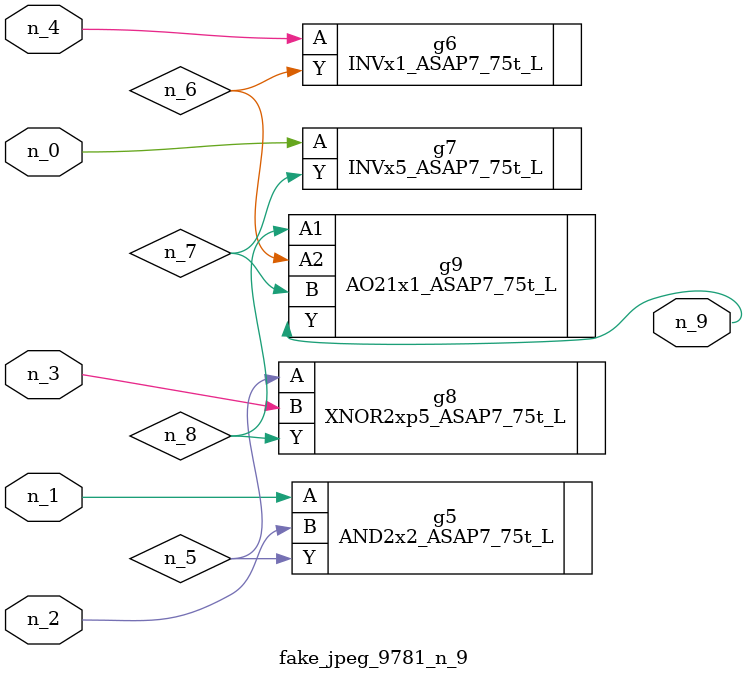
<source format=v>
module fake_jpeg_9781_n_9 (n_3, n_2, n_1, n_0, n_4, n_9);

input n_3;
input n_2;
input n_1;
input n_0;
input n_4;

output n_9;

wire n_8;
wire n_6;
wire n_5;
wire n_7;

AND2x2_ASAP7_75t_L g5 ( 
.A(n_1),
.B(n_2),
.Y(n_5)
);

INVx1_ASAP7_75t_L g6 ( 
.A(n_4),
.Y(n_6)
);

INVx5_ASAP7_75t_L g7 ( 
.A(n_0),
.Y(n_7)
);

XNOR2xp5_ASAP7_75t_L g8 ( 
.A(n_5),
.B(n_3),
.Y(n_8)
);

AO21x1_ASAP7_75t_L g9 ( 
.A1(n_8),
.A2(n_6),
.B(n_7),
.Y(n_9)
);


endmodule
</source>
